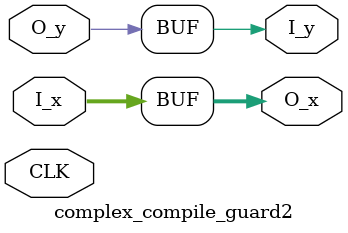
<source format=v>
module complex_compile_guard2(	// <stdin>:1:1
  input  [7:0] I_x,
  input        O_y, CLK,
  output       I_y,
  output [7:0] O_x);

  `ifdef COND1	// <stdin>:11:5
    reg [7:0] Register_inst0;	// <stdin>:12:15
    reg       Register_inst3;	// <stdin>:51:15

    `ifndef COND2	// <stdin>:23:9
      reg [1:0] Register_inst1;	// <stdin>:25:19

      always_ff @(posedge CLK)	// <stdin>:26:13
        Register_inst1 <= Register_inst0[6:5];	// <stdin>:19:14, :22:15, :27:17
      initial	// <stdin>:29:13
        Register_inst1 = 2'h0;	// <stdin>:30:17, :61:11
    `endif
    `ifndef COND3	// <stdin>:39:9
      reg [5:0] Register_inst2;	// <stdin>:41:19

      always_ff @(posedge CLK)	// <stdin>:42:13
        Register_inst2 <= Register_inst0[7:2];	// <stdin>:19:14, :38:15, :43:17
      initial	// <stdin>:45:13
        Register_inst2 = 6'h0;	// <stdin>:46:17, :62:11
    `endif
    always_ff @(posedge CLK) begin	// <stdin>:52:9
      Register_inst0 <= {I_x[3:0], I_x[7:4]};	// <stdin>:10:10, :14:13
      Register_inst3 <= Register_inst0[0];	// <stdin>:19:14, :50:15, :53:13
    end // always_ff @(posedge)
    initial begin	// <stdin>:55:9
      Register_inst0 = 8'h0;	// <stdin>:17:13, :60:11
      Register_inst3 = 1'h0;	// <stdin>:56:13, :63:11
    end // initial
  `endif
  assign I_y = O_y;	// <stdin>:64:5
  assign O_x = I_x;	// <stdin>:64:5
endmodule


</source>
